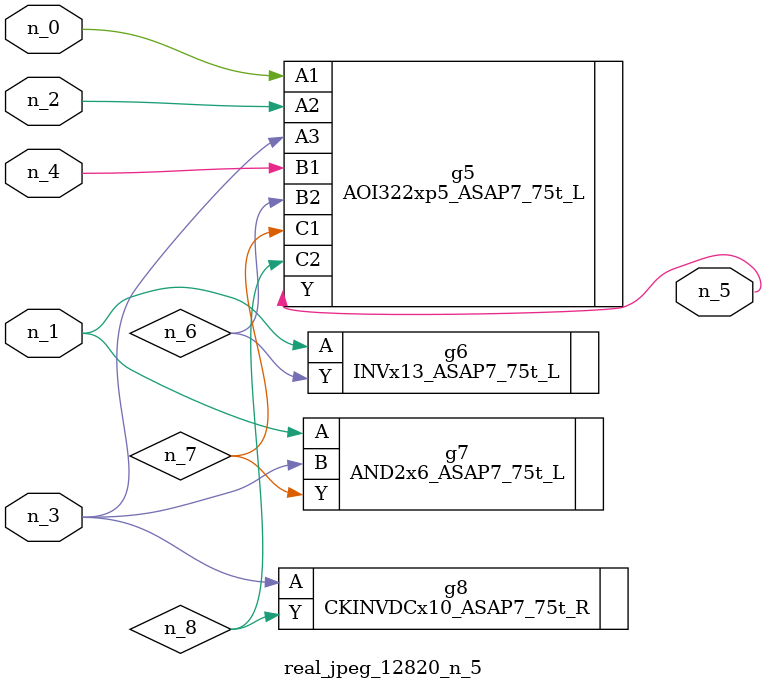
<source format=v>
module real_jpeg_12820_n_5 (n_4, n_0, n_1, n_2, n_3, n_5);

input n_4;
input n_0;
input n_1;
input n_2;
input n_3;

output n_5;

wire n_8;
wire n_6;
wire n_7;

AOI322xp5_ASAP7_75t_L g5 ( 
.A1(n_0),
.A2(n_2),
.A3(n_3),
.B1(n_4),
.B2(n_6),
.C1(n_7),
.C2(n_8),
.Y(n_5)
);

INVx13_ASAP7_75t_L g6 ( 
.A(n_1),
.Y(n_6)
);

AND2x6_ASAP7_75t_L g7 ( 
.A(n_1),
.B(n_3),
.Y(n_7)
);

CKINVDCx10_ASAP7_75t_R g8 ( 
.A(n_3),
.Y(n_8)
);


endmodule
</source>
